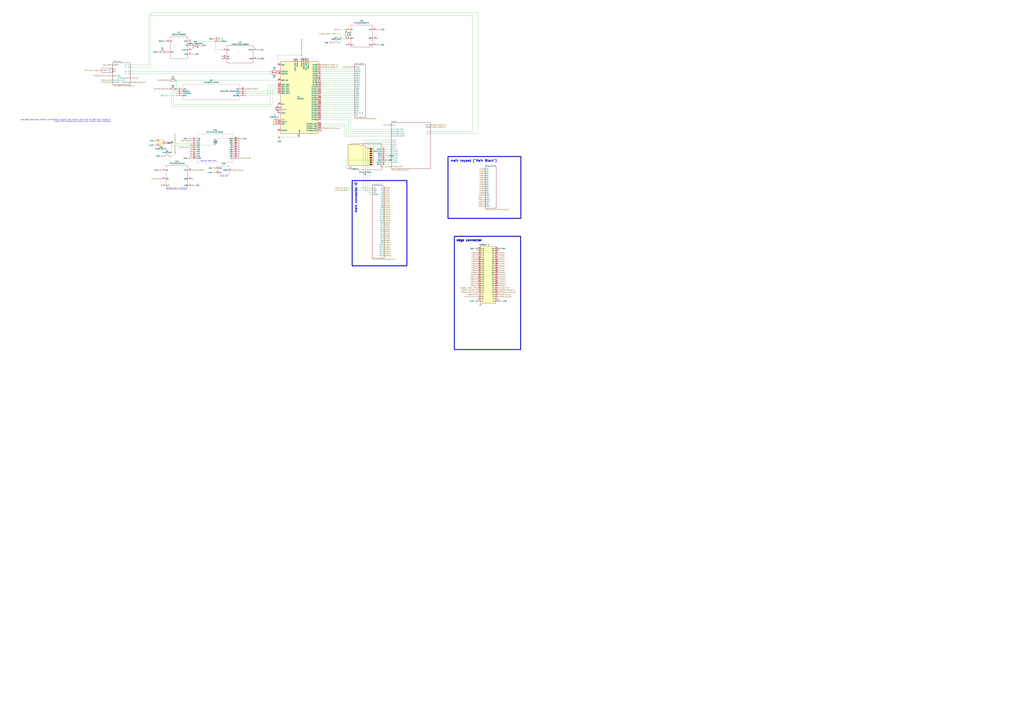
<source format=kicad_sch>
(kicad_sch (version 20230121) (generator eeschema)
  (paper "A0")
  (lib_symbols
    (symbol "2024-01-02_21-46-21:BQ21040DBVR" (pin_names (offset 0.254))
      (property "Reference" "U" (at 0 2.54 0))
      (property "Value" "BQ21040DBVR" (at 0 0 0))
      (symbol "BQ21040DBVR_0_1"
        (pin input line (at 15.24 2.54 180) (length 5.08) (name "TS") (number "1"))
        (pin power_in line (at 15.24 7.62 180) (length 5.08) (name "OUT") (number "2"))
        (pin open_collector line (at 15.24 -2.54 180) (length 5.08) (name "CHG_N") (number "3"))
        (pin input line (at -15.24 -5.08 0) (length 5.08) (name "ISET") (number "4"))
        (pin power_in line (at 15.24 -7.62 180) (length 5.08) (name "VSS") (number "5"))
        (pin power_in line (at -15.24 7.62 0) (length 5.08) (name "IN") (number "6"))
      )
    )
    (symbol "2024-01-02_21-46-27:TPS613221ADBVR" (pin_names (offset 0.254))
      (property "Reference" "U" (at 0 2.54 0))
      (property "Value" "TPS613221ADBVR" (at 0 0 0))
      (symbol "TPS613221ADBVR_0_1"
        (pin power_in line (at -20.32 5.08 0) (length 5.08) (name "SW") (number "1"))
        (pin power_in line (at 20.32 -5.08 180) (length 5.08) (name "GND") (number "2"))
        (pin unspecified line (at -20.32 -2.54 0) (length 5.08) (name "NC") (number "3"))
        (pin power_in line (at 20.32 5.08 180) (length 5.08) (name "VOUT") (number "4"))
        (pin unspecified line (at -20.32 -5.08 0) (length 5.08) (name "NC") (number "5"))
      )
    )
    (symbol "2024-01-09_16-08-29:W25Q32JVSSIQ" (pin_names (offset 0.254))
      (property "Reference" "U" (at 40.64 10.16 0))
      (property "Value" "W25Q32JVSSIQ" (at 40.64 7.62 0))
      (symbol "W25Q32JVSSIQ_0_1"
        (pin unspecified line (at 0 0 0) (length 7.62) (name "/CS") (number "1"))
        (pin unspecified line (at 0 -2.54 0) (length 7.62) (name "DO(IO1)") (number "2"))
        (pin unspecified line (at 0 -5.08 0) (length 7.62) (name "/WP(IO2)") (number "3"))
        (pin power_out line (at 0 -7.62 0) (length 7.62) (name "GND") (number "4"))
        (pin unspecified line (at 81.28 -7.62 180) (length 7.62) (name "DI(IO0)") (number "5"))
        (pin unspecified line (at 81.28 -5.08 180) (length 7.62) (name "CLK") (number "6"))
        (pin unspecified line (at 81.28 -2.54 180) (length 7.62) (name "/HOLD_OR_/RESET(IO3)") (number "7"))
        (pin power_in line (at 81.28 0 180) (length 7.62) (name "VCC") (number "8"))
      )
    )
    (symbol "2024-01-10_18-59-37:RESET_TIMER"
      (property "Reference" "U" (at 0 6.35 0))
      (symbol "RESET_TIMER_1_1"
        (pin passive line (at -8.89 2.54 0) (length 2.54) (name "GND") (number "1"))
        (pin output line (at 8.89 0 180) (length 2.54) (name "RESET") (number "2"))
        (pin passive line (at -8.89 -2.54 0) (length 2.54) (name "V_{CC}") (number "3"))
      )
    )
    (symbol "2024-01-10_19-26-16:TPS22919DCKR" (pin_names (offset 0.254))
      (property "Reference" "U" (at 0 2.54 0))
      (property "Value" "TPS22919DCKR" (at 0 0 0))
      (symbol "TPS22919DCKR_0_1"
        (pin power_in line (at -17.78 7.62 0) (length 5.08) (name "IN") (number "1"))
        (pin power_in line (at 17.78 -10.16 180) (length 5.08) (name "GND") (number "2"))
        (pin input line (at -17.78 -2.54 0) (length 5.08) (name "ON") (number "3"))
        (pin unspecified line (at -17.78 -10.16 0) (length 5.08) (name "N_C") (number "4"))
        (pin power_in line (at 17.78 -2.54 180) (length 5.08) (name "QOD") (number "5"))
        (pin power_in line (at 17.78 7.62 180) (length 5.08) (name "OUT") (number "6"))
      )
    )
    (symbol "2024-01-19_20-37-39:SN74HCT373PWR" (pin_names (offset 0.254))
      (property "Reference" "U" (at 27.94 10.16 0))
      (property "Value" "SN74HCT373PWR" (at 27.94 7.62 0))
      (symbol "SN74HCT373PWR_0_1"
        (pin input line (at 0 0 0) (length 7.62) (name "*OE") (number "1"))
        (pin power_in line (at 0 -22.86 0) (length 7.62) (name "GND") (number "10"))
        (pin input line (at 55.88 -22.86 180) (length 7.62) (name "LE") (number "11"))
        (pin output line (at 55.88 -20.32 180) (length 7.62) (name "5Q") (number "12"))
        (pin input line (at 55.88 -17.78 180) (length 7.62) (name "5D") (number "13"))
        (pin input line (at 55.88 -15.24 180) (length 7.62) (name "6D") (number "14"))
        (pin output line (at 55.88 -12.7 180) (length 7.62) (name "6Q") (number "15"))
        (pin output line (at 55.88 -10.16 180) (length 7.62) (name "7Q") (number "16"))
        (pin input line (at 55.88 -7.62 180) (length 7.62) (name "7D") (number "17"))
        (pin input line (at 55.88 -5.08 180) (length 7.62) (name "8D") (number "18"))
        (pin output line (at 55.88 -2.54 180) (length 7.62) (name "8Q") (number "19"))
        (pin output line (at 0 -2.54 0) (length 7.62) (name "1Q") (number "2"))
        (pin power_in line (at 55.88 0 180) (length 7.62) (name "VCC") (number "20"))
        (pin input line (at 0 -5.08 0) (length 7.62) (name "1D") (number "3"))
        (pin input line (at 0 -7.62 0) (length 7.62) (name "2D") (number "4"))
        (pin output line (at 0 -10.16 0) (length 7.62) (name "2Q") (number "5"))
        (pin output line (at 0 -12.7 0) (length 7.62) (name "3Q") (number "6"))
        (pin input line (at 0 -15.24 0) (length 7.62) (name "3D") (number "7"))
        (pin input line (at 0 -17.78 0) (length 7.62) (name "4D") (number "8"))
        (pin output line (at 0 -20.32 0) (length 7.62) (name "4Q") (number "9"))
      )
    )
    (symbol "5530843-5:5530843-5" (pin_names (offset 1.016))
      (property "Reference" "J" (at -10.16 34.29 0))
      (property "Value" "5530843-5" (at -10.16 -35.56 0))
      (symbol "5530843-5_0_0"
        (pin passive line (at -12.7 30.48 0) (length 5.08) (name "1") (number "1"))
        (pin passive line (at 12.7 20.32 180) (length 5.08) (name "10") (number "10"))
        (pin passive line (at -12.7 17.78 0) (length 5.08) (name "11") (number "11"))
        (pin passive line (at 12.7 17.78 180) (length 5.08) (name "12") (number "12"))
        (pin passive line (at -12.7 15.24 0) (length 5.08) (name "13") (number "13"))
        (pin passive line (at 12.7 15.24 180) (length 5.08) (name "14") (number "14"))
        (pin passive line (at -12.7 12.7 0) (length 5.08) (name "15") (number "15"))
        (pin passive line (at 12.7 12.7 180) (length 5.08) (name "16") (number "16"))
        (pin passive line (at -12.7 10.16 0) (length 5.08) (name "17") (number "17"))
        (pin passive line (at 12.7 10.16 180) (length 5.08) (name "18") (number "18"))
        (pin passive line (at -12.7 7.62 0) (length 5.08) (name "19") (number "19"))
        (pin passive line (at 12.7 30.48 180) (length 5.08) (name "2") (number "2"))
        (pin passive line (at 12.7 7.62 180) (length 5.08) (name "20") (number "20"))
        (pin passive line (at -12.7 5.08 0) (length 5.08) (name "21") (number "21"))
        (pin passive line (at 12.7 5.08 180) (length 5.08) (name "22") (number "22"))
        (pin passive line (at -12.7 2.54 0) (length 5.08) (name "23") (number "23"))
        (pin passive line (at 12.7 2.54 180) (length 5.08) (name "24") (number "24"))
        (pin passive line (at -12.7 0 0) (length 5.08) (name "25") (number "25"))
        (pin passive line (at 12.7 0 180) (length 5.08) (name "26") (number "26"))
        (pin passive line (at -12.7 -2.54 0) (length 5.08) (name "27") (number "27"))
        (pin passive line (at 12.7 -2.54 180) (length 5.08) (name "28") (number "28"))
        (pin passive line (at -12.7 -5.08 0) (length 5.08) (name "29") (number "29"))
        (pin passive line (at -12.7 27.94 0) (length 5.08) (name "3") (number "3"))
        (pin passive line (at 12.7 -5.08 180) (length 5.08) (name "30") (number "30"))
        (pin passive line (at -12.7 -7.62 0) (length 5.08) (name "31") (number "31"))
        (pin passive line (at 12.7 -7.62 180) (length 5.08) (name "32") (number "32"))
        (pin passive line (at -12.7 -10.16 0) (length 5.08) (name "33") (number "33"))
        (pin passive line (at 12.7 -10.16 180) (length 5.08) (name "34") (number "34"))
        (pin passive line (at -12.7 -12.7 0) (length 5.08) (name "35") (number "35"))
        (pin passive line (at 12.7 -12.7 180) (length 5.08) (name "36") (number "36"))
        (pin passive line (at -12.7 -15.24 0) (length 5.08) (name "37") (number "37"))
        (pin passive line (at 12.7 -15.24 180) (length 5.08) (name "38") (number "38"))
        (pin passive line (at -12.7 -17.78 0) (length 5.08) (name "39") (number "39"))
        (pin passive line (at 12.7 27.94 180) (length 5.08) (name "4") (number "4"))
        (pin passive line (at 12.7 -17.78 180) (length 5.08) (name "40") (number "40"))
        (pin passive line (at -12.7 -20.32 0) (length 5.08) (name "41") (number "41"))
        (pin passive line (at 12.7 -20.32 180) (length 5.08) (name "42") (number "42"))
        (pin passive line (at -12.7 -22.86 0) (length 5.08) (name "43") (number "43"))
        (pin passive line (at 12.7 -22.86 180) (length 5.08) (name "44") (number "44"))
        (pin passive line (at -12.7 -25.4 0) (length 5.08) (name "45") (number "45"))
        (pin passive line (at 12.7 -25.4 180) (length 5.08) (name "46") (number "46"))
        (pin passive line (at -12.7 -27.94 0) (length 5.08) (name "47") (number "47"))
        (pin passive line (at 12.7 -27.94 180) (length 5.08) (name "48") (number "48"))
        (pin passive line (at -12.7 -30.48 0) (length 5.08) (name "49") (number "49"))
        (pin passive line (at -12.7 25.4 0) (length 5.08) (name "5") (number "5"))
        (pin passive line (at 12.7 -30.48 180) (length 5.08) (name "50") (number "50"))
        (pin passive line (at 12.7 25.4 180) (length 5.08) (name "6") (number "6"))
        (pin passive line (at -12.7 22.86 0) (length 5.08) (name "7") (number "7"))
        (pin passive line (at 12.7 22.86 180) (length 5.08) (name "8") (number "8"))
        (pin passive line (at -12.7 20.32 0) (length 5.08) (name "9") (number "9"))
      )
    )
    (symbol "Connector:Micro_SD_Card" (pin_names (offset 1.016))
      (property "Reference" "J" (at -16.51 15.24 0))
      (property "Value" "Micro_SD_Card" (at 16.51 15.24 0))
      (symbol "Micro_SD_Card_1_1"
        (pin bidirectional line (at -22.86 7.62 0) (length 3.81) (name "DAT2") (number "1"))
        (pin bidirectional line (at -22.86 5.08 0) (length 3.81) (name "DAT3/CD") (number "2"))
        (pin input line (at -22.86 2.54 0) (length 3.81) (name "CMD") (number "3"))
        (pin power_in line (at -22.86 0 0) (length 3.81) (name "VDD") (number "4"))
        (pin input line (at -22.86 -2.54 0) (length 3.81) (name "CLK") (number "5"))
        (pin power_in line (at -22.86 -5.08 0) (length 3.81) (name "VSS") (number "6"))
        (pin bidirectional line (at -22.86 -7.62 0) (length 3.81) (name "DAT0") (number "7"))
        (pin bidirectional line (at -22.86 -10.16 0) (length 3.81) (name "DAT1") (number "8"))
        (pin passive line (at 20.32 -15.24 180) (length 3.81) (name "SHIELD") (number "9"))
      )
    )
    (symbol "Device:Crystal" (pin_numbers hide) (pin_names (offset 1.016) hide)
      (property "Reference" "Y" (at 0 3.81 0))
      (property "Value" "Crystal" (at 0 -3.81 0))
      (symbol "Crystal_1_1"
        (pin passive line (at -3.81 0 0) (length 1.27) (name "1") (number "1"))
        (pin passive line (at 3.81 0 180) (length 1.27) (name "2") (number "2"))
      )
    )
    (symbol "Device:R" (pin_numbers hide) (pin_names (offset 0))
      (property "Reference" "R" (at 2.032 0 90))
      (property "Value" "R" (at 0 0 90))
      (symbol "R_1_1"
        (pin passive line (at 0 3.81 270) (length 1.27) (name "~") (number "1"))
        (pin passive line (at 0 -3.81 90) (length 1.27) (name "~") (number "2"))
      )
    )
    (symbol "Device:Thermistor_NTC" (pin_numbers hide) (pin_names (offset 0))
      (property "Reference" "TH" (at -4.445 0 90))
      (property "Value" "Thermistor_NTC" (at 3.175 0 90))
      (symbol "Thermistor_NTC_1_1"
        (pin passive line (at 0 3.81 270) (length 1.27) (name "~") (number "1"))
        (pin passive line (at 0 -3.81 90) (length 1.27) (name "~") (number "2"))
      )
    )
    (symbol "MCU_RaspberryPi:RP2040"
      (property "Reference" "U" (at 17.78 45.72 0))
      (property "Value" "RP2040" (at 17.78 43.18 0))
      (symbol "RP2040_1_1"
        (pin power_in line (at 2.54 45.72 270) (length 3.81) (name "IOVDD") (number "1"))
        (pin passive line (at 2.54 45.72 270) (length 3.81) hide (name "IOVDD") (number "10"))
        (pin bidirectional line (at 25.4 17.78 180) (length 3.81) (name "GPIO8") (number "11"))
        (pin bidirectional line (at 25.4 15.24 180) (length 3.81) (name "GPIO9") (number "12"))
        (pin bidirectional line (at 25.4 12.7 180) (length 3.81) (name "GPIO10") (number "13"))
        (pin bidirectional line (at 25.4 10.16 180) (length 3.81) (name "GPIO11") (number "14"))
        (pin bidirectional line (at 25.4 7.62 180) (length 3.81) (name "GPIO12") (number "15"))
        (pin bidirectional line (at 25.4 5.08 180) (length 3.81) (name "GPIO13") (number "16"))
        (pin bidirectional line (at 25.4 2.54 180) (length 3.81) (name "GPIO14") (number "17"))
        (pin bidirectional line (at 25.4 0 180) (length 3.81) (name "GPIO15") (number "18"))
        (pin input line (at -25.4 -38.1 0) (length 3.81) (name "TESTEN") (number "19"))
        (pin bidirectional line (at 25.4 38.1 180) (length 3.81) (name "GPIO0") (number "2"))
        (pin input line (at -25.4 -7.62 0) (length 3.81) (name "XIN") (number "20"))
        (pin passive line (at -25.4 -17.78 0) (length 3.81) (name "XOUT") (number "21"))
        (pin passive line (at 2.54 45.72 270) (length 3.81) hide (name "IOVDD") (number "22"))
        (pin power_in line (at -2.54 45.72 270) (length 3.81) (name "DVDD") (number "23"))
        (pin input line (at -25.4 -27.94 0) (length 3.81) (name "SWCLK") (number "24"))
        (pin bidirectional line (at -25.4 -30.48 0) (length 3.81) (name "SWD") (number "25"))
        (pin input line (at -25.4 38.1 0) (length 3.81) (name "RUN") (number "26"))
        (pin bidirectional line (at 25.4 -2.54 180) (length 3.81) (name "GPIO16") (number "27"))
        (pin bidirectional line (at 25.4 -5.08 180) (length 3.81) (name "GPIO17") (number "28"))
        (pin bidirectional line (at 25.4 -7.62 180) (length 3.81) (name "GPIO18") (number "29"))
        (pin bidirectional line (at 25.4 35.56 180) (length 3.81) (name "GPIO1") (number "3"))
        (pin bidirectional line (at 25.4 -10.16 180) (length 3.81) (name "GPIO19") (number "30"))
        (pin bidirectional line (at 25.4 -12.7 180) (length 3.81) (name "GPIO20") (number "31"))
        (pin bidirectional line (at 25.4 -15.24 180) (length 3.81) (name "GPIO21") (number "32"))
        (pin passive line (at 2.54 45.72 270) (length 3.81) hide (name "IOVDD") (number "33"))
        (pin bidirectional line (at 25.4 -17.78 180) (length 3.81) (name "GPIO22") (number "34"))
        (pin bidirectional line (at 25.4 -20.32 180) (length 3.81) (name "GPIO23") (number "35"))
        (pin bidirectional line (at 25.4 -22.86 180) (length 3.81) (name "GPIO24") (number "36"))
        (pin bidirectional line (at 25.4 -25.4 180) (length 3.81) (name "GPIO25") (number "37"))
        (pin bidirectional line (at 25.4 -30.48 180) (length 3.81) (name "GPIO26_ADC0") (number "38"))
        (pin bidirectional line (at 25.4 -33.02 180) (length 3.81) (name "GPIO27_ADC1") (number "39"))
        (pin bidirectional line (at 25.4 33.02 180) (length 3.81) (name "GPIO2") (number "4"))
        (pin bidirectional line (at 25.4 -35.56 180) (length 3.81) (name "GPIO28_ADC2") (number "40"))
        (pin bidirectional line (at 25.4 -38.1 180) (length 3.81) (name "GPIO29_ADC3") (number "41"))
        (pin passive line (at 2.54 45.72 270) (length 3.81) hide (name "IOVDD") (number "42"))
        (pin power_in line (at 7.62 45.72 270) (length 3.81) (name "ADC_AVDD") (number "43"))
        (pin power_in line (at 10.16 45.72 270) (length 3.81) (name "VREG_IN") (number "44"))
        (pin power_out line (at -5.08 45.72 270) (length 3.81) (name "VREG_VOUT") (number "45"))
        (pin bidirectional line (at -25.4 27.94 0) (length 3.81) (name "USB_DM") (number "46"))
        (pin bidirectional line (at -25.4 30.48 0) (length 3.81) (name "USB_DP") (number "47"))
        (pin power_in line (at 5.08 45.72 270) (length 3.81) (name "USB_VDD") (number "48"))
        (pin passive line (at 2.54 45.72 270) (length 3.81) hide (name "IOVDD") (number "49"))
        (pin bidirectional line (at 25.4 30.48 180) (length 3.81) (name "GPIO3") (number "5"))
        (pin passive line (at -2.54 45.72 270) (length 3.81) hide (name "DVDD") (number "50"))
        (pin bidirectional line (at -25.4 7.62 0) (length 3.81) (name "QSPI_SD3") (number "51"))
        (pin output line (at -25.4 5.08 0) (length 3.81) (name "QSPI_SCLK") (number "52"))
        (pin bidirectional line (at -25.4 15.24 0) (length 3.81) (name "QSPI_SD0") (number "53"))
        (pin bidirectional line (at -25.4 10.16 0) (length 3.81) (name "QSPI_SD2") (number "54"))
        (pin bidirectional line (at -25.4 12.7 0) (length 3.81) (name "QSPI_SD1") (number "55"))
        (pin bidirectional line (at -25.4 20.32 0) (length 3.81) (name "QSPI_SS") (number "56"))
        (pin power_in line (at 0 -45.72 90) (length 3.81) (name "GND") (number "57"))
        (pin bidirectional line (at 25.4 27.94 180) (length 3.81) (name "GPIO4") (number "6"))
        (pin bidirectional line (at 25.4 25.4 180) (length 3.81) (name "GPIO5") (number "7"))
        (pin bidirectional line (at 25.4 22.86 180) (length 3.81) (name "GPIO6") (number "8"))
        (pin bidirectional line (at 25.4 20.32 180) (length 3.81) (name "GPIO7") (number "9"))
      )
    )
    (symbol "Switch:SW_SPDT" (pin_names (offset 0) hide)
      (property "Reference" "SW" (at 0 5.08 0))
      (property "Value" "SW_SPDT" (at 0 -5.08 0))
      (symbol "SW_SPDT_1_1"
        (pin passive line (at 5.08 2.54 180) (length 2.54) (name "A") (number "1"))
        (pin passive line (at -5.08 0 0) (length 2.54) (name "B") (number "2"))
        (pin passive line (at 5.08 -2.54 180) (length 2.54) (name "C") (number "3"))
      )
    )
    (symbol "custom:button" (pin_numbers hide) (pin_names hide)
      (property "Reference" "U" (at 0 5.08 0))
      (symbol "button_1_1"
        (pin passive line (at -5.08 0 0) (length 2.54) (name "1") (number "1"))
        (pin passive line (at 5.08 0 180) (length 2.54) (name "2") (number "2"))
      )
    )
    (symbol "dk_Rectangular-Connectors-Headers-Male-Pins:640456-3" (pin_names (offset 1.016))
      (property "Reference" "J" (at -2.54 1.27 0))
      (property "Value" "640456-3" (at 2.54 -3.81 0))
      (symbol "640456-3_1_1"
        (pin passive line (at 0 2.54 270) (length 2.54) (name "~") (number "1"))
        (pin passive line (at 2.54 2.54 270) (length 2.54) (name "~") (number "2"))
        (pin passive line (at 5.08 2.54 270) (length 2.54) (name "~") (number "3"))
      )
    )
    (symbol "dk_Rectangular-Connectors-Headers-Male-Pins:S2B-PH-K-S_LF__SN_" (pin_names (offset 1.016))
      (property "Reference" "J" (at -2.54 -1.27 0))
      (property "Value" "S2B-PH-K-S_LF__SN_" (at 1.27 -3.81 0))
      (symbol "S2B-PH-K-S_LF__SN__1_1"
        (pin passive line (at 0 2.54 270) (length 2.54) (name "~") (number "1"))
        (pin passive line (at 2.54 2.54 270) (length 2.54) (name "~") (number "2"))
      )
    )
    (symbol "power:+3.3V" (power) (pin_names (offset 0))
      (property "Value" "+3.3V" (at 0 3.556 0))
      (symbol "+3.3V_1_1"
        (pin power_in line (at 0 0 90) (length 0) hide (name "+3.3V") (number "1"))
      )
    )
    (symbol "power:GND" (power) (pin_names (offset 0))
      (property "Value" "GND" (at 0 -3.81 0))
      (symbol "GND_1_1"
        (pin power_in line (at 0 0 270) (length 0) hide (name "GND") (number "1"))
      )
    )
    (symbol "power:VBUS" (power) (pin_names (offset 0))
      (property "Value" "VBUS" (at 0 3.81 0))
      (symbol "VBUS_1_1"
        (pin power_in line (at 0 0 90) (length 0) hide (name "VBUS") (number "1"))
      )
    )
    (symbol "power:VCC" (power) (pin_names (offset 0))
      (property "Value" "VCC" (at 0 3.81 0))
      (symbol "VCC_1_1"
        (pin power_in line (at 0 0 90) (length 0) hide (name "VCC") (number "1"))
      )
    )
  )
  (junction (at 395.224 44.45))
  (junction (at 250.19 47.752))
  (junction (at 421.894 218.44))
  (junction (at 447.294 185.928))
  (junction (at 579.374 288.798))
  (junction (at 402.082 44.45))
  (junction (at 221.488 168.656))
  (junction (at 424.434 220.98))
  (junction (at 553.974 349.758))
  (junction (at 277.368 161.036))
  (junction (at 579.374 349.758))
  (junction (at 352.806 67.818))
  (junction (at 324.358 159.258))
  (junction (at 350.266 67.818))
  (junction (at 204.47 93.218))
  (junction (at 553.974 288.798))
  (junction (at 204.47 103.378))
  (junction (at 350.266 64.008))
  (junction (at 402.082 34.29))
  (junction (at 355.346 67.818))
  (no_connect (at 258.318 68.072))
  (no_connect (at 258.318 65.532))
  (no_connect (at 221.488 178.816))
  (no_connect (at 277.368 176.276))
  (no_connect (at 277.368 166.116))
  (no_connect (at 277.368 163.576))
  (no_connect (at 402.082 52.07))
  (no_connect (at 277.368 181.356))
  (no_connect (at 277.368 168.656))
  (no_connect (at 373.126 151.638))
  (no_connect (at 277.368 178.816))
  (no_connect (at 221.488 181.356))
  (no_connect (at 223.266 207.772))
  (no_connect (at 437.642 44.45))
  (no_connect (at 277.368 171.196))
  (no_connect (at 221.488 173.736))
  (no_connect (at 277.368 173.736))
  (no_connect (at 187.706 215.392))
  (no_connect (at 221.488 176.276))
  (wire (pts (xy 451.739 191.008) (xy 451.739 185.928)))
  (wire (pts (xy 172.974 18.034) (xy 549.148 18.034)))
  (wire (pts (xy 432.054 226.06) (xy 429.514 226.06)))
  (wire (pts (xy 322.326 130.048) (xy 322.326 131.318)))
  (wire (pts (xy 151.384 75.438) (xy 172.974 75.438)))
  (wire (pts (xy 322.326 64.008) (xy 350.266 64.008)))
  (wire (pts (xy 403.86 220.98) (xy 424.434 220.98)))
  (wire (pts (xy 402.082 146.558) (xy 402.082 155.448)))
  (wire (pts (xy 373.126 108.458) (xy 411.734 108.458)))
  (wire (pts (xy 373.126 88.138) (xy 411.734 88.138)))
  (wire (pts (xy 174.752 77.978) (xy 174.752 14.986)))
  (wire (pts (xy 199.39 105.918) (xy 199.39 123.952)))
  (wire (pts (xy 285.75 108.458) (xy 322.326 108.458)))
  (wire (pts (xy 311.15 110.998) (xy 311.15 98.298)))
  (wire (pts (xy 250.19 47.752) (xy 250.19 57.912)))
  (wire (pts (xy 201.93 121.412) (xy 316.23 121.412)))
  (wire (pts (xy 322.326 159.258) (xy 324.358 159.258)))
  (wire (pts (xy 221.488 168.656) (xy 249.428 168.656)))
  (wire (pts (xy 399.542 157.988) (xy 399.542 144.018)))
  (wire (pts (xy 373.126 85.598) (xy 411.734 85.598)))
  (wire (pts (xy 553.974 347.218) (xy 553.974 349.758)))
  (wire (pts (xy 402.082 185.928) (xy 447.294 185.928)))
  (wire (pts (xy 342.646 67.818) (xy 345.186 67.818)))
  (wire (pts (xy 454.406 152.908) (xy 404.622 152.908)))
  (wire (pts (xy 421.894 163.068) (xy 454.406 163.068)))
  (wire (pts (xy 553.974 288.798) (xy 553.974 291.338)))
  (wire (pts (xy 402.082 34.29) (xy 402.082 35.56)))
  (wire (pts (xy 322.326 151.638) (xy 322.326 159.258)))
  (wire (pts (xy 194.31 110.998) (xy 204.47 110.998)))
  (wire (pts (xy 373.126 131.318) (xy 411.734 131.318)))
  (wire (pts (xy 499.872 155.448) (xy 555.244 155.448)))
  (wire (pts (xy 352.806 67.818) (xy 355.346 67.818)))
  (wire (pts (xy 285.75 105.918) (xy 322.326 105.918)))
  (wire (pts (xy 313.69 100.838) (xy 322.326 100.838)))
  (wire (pts (xy 395.224 44.45) (xy 395.224 49.53)))
  (wire (pts (xy 373.126 95.758) (xy 411.734 95.758)))
  (wire (pts (xy 350.266 59.182) (xy 350.266 64.008)))
  (wire (pts (xy 151.384 77.978) (xy 174.752 77.978)))
  (wire (pts (xy 424.434 165.608) (xy 454.406 165.608)))
  (wire (pts (xy 549.148 18.034) (xy 549.148 152.908)))
  (wire (pts (xy 402.082 196.088) (xy 402.082 185.928)))
  (wire (pts (xy 426.974 223.52) (xy 432.054 223.52)))
  (wire (pts (xy 373.126 80.518) (xy 411.734 80.518)))
  (wire (pts (xy 373.126 100.838) (xy 411.734 100.838)))
  (wire (pts (xy 373.126 116.078) (xy 411.734 116.078)))
  (wire (pts (xy 249.428 161.036) (xy 277.368 161.036)))
  (wire (pts (xy 373.126 93.218) (xy 411.734 93.218)))
  (wire (pts (xy 404.622 152.908) (xy 404.622 138.938)))
  (wire (pts (xy 172.974 75.438) (xy 172.974 18.034)))
  (wire (pts (xy 373.126 128.778) (xy 411.734 128.778)))
  (wire (pts (xy 555.244 14.986) (xy 555.244 155.448)))
  (wire (pts (xy 404.622 138.938) (xy 373.126 138.938)))
  (wire (pts (xy 399.542 144.018) (xy 373.126 144.018)))
  (wire (pts (xy 285.75 110.998) (xy 311.15 110.998)))
  (wire (pts (xy 447.294 183.388) (xy 450.342 183.388)))
  (wire (pts (xy 373.126 123.698) (xy 411.734 123.698)))
  (wire (pts (xy 421.894 163.068) (xy 421.894 218.44)))
  (wire (pts (xy 373.126 118.618) (xy 411.734 118.618)))
  (wire (pts (xy 579.374 347.218) (xy 579.374 349.758)))
  (wire (pts (xy 451.104 183.388) (xy 451.104 188.468)))
  (wire (pts (xy 447.294 175.768) (xy 454.406 175.768)))
  (wire (pts (xy 447.294 191.008) (xy 451.739 191.008)))
  (wire (pts (xy 373.126 121.158) (xy 411.734 121.158)))
  (wire (pts (xy 394.97 34.29) (xy 402.082 34.29)))
  (wire (pts (xy 450.342 180.848) (xy 454.406 180.848)))
  (wire (pts (xy 407.416 150.368) (xy 454.406 150.368)))
  (wire (pts (xy 373.126 90.678) (xy 411.734 90.678)))
  (wire (pts (xy 402.082 155.448) (xy 454.406 155.448)))
  (wire (pts (xy 373.126 103.378) (xy 411.734 103.378)))
  (wire (pts (xy 454.406 183.388) (xy 451.104 183.388)))
  (wire (pts (xy 451.739 185.928) (xy 454.406 185.928)))
  (wire (pts (xy 322.326 64.008) (xy 322.326 75.438)))
  (wire (pts (xy 373.126 105.918) (xy 411.734 105.918)))
  (wire (pts (xy 350.266 64.008) (xy 350.266 67.818)))
  (wire (pts (xy 350.266 67.818) (xy 352.806 67.818)))
  (wire (pts (xy 174.752 14.986) (xy 555.244 14.986)))
  (wire (pts (xy 404.114 196.088) (xy 402.082 196.088)))
  (wire (pts (xy 316.23 121.412) (xy 316.23 103.378)))
  (wire (pts (xy 447.294 188.468) (xy 451.104 188.468)))
  (wire (pts (xy 403.86 218.44) (xy 421.894 218.44)))
  (wire (pts (xy 199.39 123.952) (xy 313.69 123.952)))
  (wire (pts (xy 579.374 288.798) (xy 579.374 291.338)))
  (wire (pts (xy 429.514 170.688) (xy 454.406 170.688)))
  (wire (pts (xy 373.126 146.558) (xy 402.082 146.558)))
  (wire (pts (xy 426.974 168.148) (xy 426.974 223.52)))
  (wire (pts (xy 395.224 44.45) (xy 402.082 44.45)))
  (wire (pts (xy 355.346 67.818) (xy 357.886 67.818)))
  (wire (pts (xy 373.126 110.998) (xy 411.734 110.998)))
  (wire (pts (xy 322.326 121.158) (xy 322.326 122.428)))
  (wire (pts (xy 407.416 136.398) (xy 407.416 150.368)))
  (wire (pts (xy 390.144 39.37) (xy 395.224 39.37)))
  (wire (pts (xy 204.47 105.918) (xy 199.39 105.918)))
  (wire (pts (xy 395.224 39.37) (xy 395.224 44.45)))
  (wire (pts (xy 151.384 83.058) (xy 314.706 83.058)))
  (wire (pts (xy 204.47 93.218) (xy 204.47 103.378)))
  (wire (pts (xy 373.126 136.398) (xy 407.416 136.398)))
  (wire (pts (xy 426.974 168.148) (xy 454.406 168.148)))
  (wire (pts (xy 373.126 126.238) (xy 411.734 126.238)))
  (wire (pts (xy 429.514 226.06) (xy 429.514 170.688)))
  (wire (pts (xy 450.342 183.388) (xy 450.342 180.848)))
  (wire (pts (xy 201.93 108.458) (xy 201.93 121.412)))
  (wire (pts (xy 447.294 173.228) (xy 454.406 173.228)))
  (wire (pts (xy 311.15 98.298) (xy 322.326 98.298)))
  (wire (pts (xy 424.434 220.98) (xy 424.434 165.608)))
  (wire (pts (xy 250.19 57.912) (xy 258.318 57.912)))
  (wire (pts (xy 199.136 168.656) (xy 199.136 181.356)))
  (wire (pts (xy 199.136 168.656) (xy 221.488 168.656)))
  (wire (pts (xy 447.294 178.308) (xy 454.406 178.308)))
  (wire (pts (xy 373.126 83.058) (xy 411.734 83.058)))
  (wire (pts (xy 151.384 85.598) (xy 314.706 85.598)))
  (wire (pts (xy 313.69 123.952) (xy 313.69 100.838)))
  (wire (pts (xy 402.082 44.45) (xy 402.082 43.18)))
  (wire (pts (xy 454.406 157.988) (xy 399.542 157.988)))
  (wire (pts (xy 204.47 93.218) (xy 322.326 93.218)))
  (wire (pts (xy 324.358 159.258) (xy 347.726 159.258)))
  (wire (pts (xy 373.126 113.538) (xy 411.734 113.538)))
  (wire (pts (xy 316.23 103.378) (xy 322.326 103.378)))
  (wire (pts (xy 432.054 220.98) (xy 424.434 220.98)))
  (wire (pts (xy 421.894 218.44) (xy 432.054 218.44)))
  (wire (pts (xy 373.126 98.298) (xy 411.734 98.298)))
  (wire (pts (xy 223.012 47.752) (xy 250.19 47.752)))
  (wire (pts (xy 499.872 152.908) (xy 549.148 152.908)))
  (wire (pts (xy 373.126 133.858) (xy 411.734 133.858)))
  (wire (pts (xy 204.47 108.458) (xy 201.93 108.458)))
  (wire (pts (xy 199.644 166.116) (xy 221.488 166.116)))
  (rectangle (start 408.94 209.804) (end 472.44 308.864) (stroke (width 1)))
  (rectangle (start 527.558 274.574) (end 604.52 406.146) (stroke (width 1)))
  (rectangle (start 520.192 181.864) (end 604.774 253.746) (stroke (width 1)))
  (text "pulse gen" (at 255.524 205.232 0) (effects (font (size 1.27 1.27)) (justify left bottom)))
  (text "RUN_MODE determines whether the RP2040 is powered, and controls which chip the USB port is routed to\nFLASH_LATCH enables boot mode on the currently active processor" (at 128.397 141.986 0) (effects (font (size 1.27 1.27)) (justify right bottom)))
  (text "main keypad (\"Main Block\")" (at 522.986 188.214 0) (effects (font (size 2.5 2.5) (thickness 0.5) bold) (justify left bottom)))
  (text "startup mode latch" (at 232.918 187.706 0) (effects (font (size 1.27 1.27)) (justify left bottom)))
  (text "RP2040 power controller" (at 193.294 220.472 0) (effects (font (size 1.27 1.27)) (justify left bottom)))
  (text "edge connector" (at 529.844 280.67 0) (effects (font (size 2.5 2.5) (thickness 1) bold) (justify left bottom)))
  (text "main connector IO" (at 414.782 211.582 90) (effects (font (size 2.5 2.5) bold) (justify right bottom)))
  (hierarchical_label "KPA0" (shape input) (at 563.372 196.342 180))
  (hierarchical_label "KPB12" (shape input) (at 446.024 289.56 0))
  (hierarchical_label "CHIP_EN" (shape output) (at 151.384 90.678 0))
  (hierarchical_label "KPB8" (shape input) (at 446.024 279.4 0))
  (hierarchical_label "KPA11" (shape input) (at 579.374 321.818 0))
  (hierarchical_label "KPB1" (shape output) (at 553.974 296.418 180))
  (hierarchical_label "KPB6" (shape output) (at 563.372 216.662 180))
  (hierarchical_label "KPB9" (shape output) (at 563.372 224.282 180))
  (hierarchical_label "RP2040_UART0_RX" (shape input) (at 373.126 77.978 0))
  (hierarchical_label "PWR_RP2040" (shape output) (at 223.266 197.612 0))
  (hierarchical_label "KPB6" (shape output) (at 553.974 309.118 180))
  (hierarchical_label "LATCH_PULSE" (shape output) (at 268.478 197.866 0))
  (hierarchical_label "KPB7" (shape output) (at 563.372 219.202 180))
  (hierarchical_label "PWR_RP2040" (shape input) (at 411.734 77.978 180))
  (hierarchical_label "KPB15" (shape output) (at 553.974 331.978 180))
  (hierarchical_label "KPB2" (shape output) (at 563.372 206.502 180))
  (hierarchical_label "KPA8" (shape output) (at 446.024 238.76 0))
  (hierarchical_label "CHIP_EN" (shape input) (at 454.406 145.288 180))
  (hierarchical_label "FLASH_PIN" (shape output) (at 203.2 168.656 270))
  (hierarchical_label "KPA14" (shape input) (at 579.374 329.438 0))
  (hierarchical_label "FLASH_PIN" (shape output) (at 579.374 334.518 0))
  (hierarchical_label "RP2040_CHIP_EN_OUT" (shape input) (at 131.064 88.138 180))
  (hierarchical_label "FLASH_LATCH" (shape output) (at 221.488 171.196 180))
  (hierarchical_label "KPB10" (shape output) (at 563.372 226.822 180))
  (hierarchical_label "KPB11" (shape output) (at 553.974 321.818 180))
  (hierarchical_label "KPA15" (shape output) (at 446.024 256.54 0))
  (hierarchical_label "RP2040_UART0_RX" (shape output) (at 579.374 339.598 0))
  (hierarchical_label "ESP32_UART0_RX" (shape input) (at 499.872 145.288 0))
  (hierarchical_label "RP2040_BOOTPIN" (shape input) (at 196.85 103.378 180))
  (hierarchical_label "KPB3" (shape input) (at 446.024 266.7 0))
  (hierarchical_label "KPB8" (shape output) (at 563.372 221.742 180))
  (hierarchical_label "KPB7" (shape output) (at 553.974 311.658 180))
  (hierarchical_label "KPA3" (shape input) (at 579.374 301.498 0))
  (hierarchical_label "KPA5" (shape input) (at 579.374 306.578 0))
  (hierarchical_label "KPA1" (shape input) (at 563.372 198.882 180))
  (hierarchical_label "KPA2" (shape input) (at 579.374 298.958 0))
  (hierarchical_label "GPIO_I2C_INT" (shape bidirectional) (at 579.374 342.138 0))
  (hierarchical_label "KPB0" (shape output) (at 563.372 201.422 180))
  (hierarchical_label "KPA0" (shape output) (at 446.024 218.44 0))
  (hierarchical_label "KPB15" (shape input) (at 446.024 297.18 0))
  (hierarchical_label "KPA13" (shape input) (at 579.374 326.898 0))
  (hierarchical_label "RP2040_CHIP_EN_OUT" (shape input) (at 373.126 149.098 0))
  (hierarchical_label "KPB15" (shape output) (at 563.372 239.522 180))
  (hierarchical_label "GPIO_I2C_SDA" (shape bidirectional) (at 403.86 220.98 180))
  (hierarchical_label "KPB14" (shape output) (at 563.372 236.982 180))
  (hierarchical_label "KPA0" (shape input) (at 579.374 293.878 0))
  (hierarchical_label "KPB6" (shape input) (at 446.024 274.32 0))
  (hierarchical_label "KPB13" (shape output) (at 563.372 234.442 180))
  (hierarchical_label "ESP32_UART0_TX" (shape output) (at 499.872 147.828 0))
  (hierarchical_label "FLASH_LATCH" (shape input) (at 454.406 193.548 180))
  (hierarchical_label "RUN_MODE" (shape input) (at 131.064 75.438 180))
  (hierarchical_label "KPA13" (shape output) (at 446.024 251.46 0))
  (hierarchical_label "KPA9" (shape input) (at 579.374 316.738 0))
  (hierarchical_label "KPA14" (shape output) (at 446.024 254 0))
  (hierarchical_label "RUN_MODE" (shape input) (at 187.706 207.772 180))
  (hierarchical_label "KPA10" (shape input) (at 579.374 319.278 0))
  (hierarchical_label "KPA4" (shape input) (at 579.374 304.038 0))
  (hierarchical_label "KPA10" (shape output) (at 446.024 243.84 0))
  (hierarchical_label "GLOBAL_RESET_PIN" (shape output) (at 553.974 334.518 180))
  (hierarchical_label "KPB5" (shape output) (at 553.974 306.578 180))
  (hierarchical_label "GPIO_I2C_SCL" (shape bidirectional) (at 553.974 344.678 180))
  (hierarchical_label "KPB3" (shape output) (at 553.974 301.498 180))
  (hierarchical_label "KPB0" (shape output) (at 553.974 293.878 180))
  (hierarchical_label "PWR_RP2040" (shape output) (at 350.266 59.182 90))
  (hierarchical_label "KPB5" (shape input) (at 446.024 271.78 0))
  (hierarchical_label "KPA7" (shape input) (at 579.374 311.658 0))
  (hierarchical_label "KPA6" (shape input) (at 579.374 309.118 0))
  (hierarchical_label "KPB10" (shape input) (at 446.024 284.48 0))
  (hierarchical_label "ESP32_UART0_TX" (shape input) (at 579.374 337.058 0))
  (hierarchical_label "GPIO_I2C_SDA" (shape bidirectional) (at 579.374 344.678 0))
  (hierarchical_label "KPA7" (shape output) (at 446.024 236.22 0))
  (hierarchical_label "PWR_RP2040" (shape input) (at 196.85 93.218 180))
  (hierarchical_label "GLOBAL_RESET_PIN" (shape input) (at 390.144 39.37 180))
  (hierarchical_label "LATCH_PULSE" (shape input) (at 277.368 183.896 0))
  (hierarchical_label "KPA15" (shape input) (at 579.374 331.978 0))
  (hierarchical_label "KPB4" (shape output) (at 563.372 211.582 180))
  (hierarchical_label "KPB13" (shape input) (at 446.024 292.1 0))
  (hierarchical_label "KPA1" (shape input) (at 579.374 296.418 0))
  (hierarchical_label "KPB13" (shape output) (at 553.974 326.898 180))
  (hierarchical_label "KPB0" (shape input) (at 446.024 259.08 0))
  (hierarchical_label "KPB14" (shape output) (at 553.974 329.438 180))
  (hierarchical_label "KPB2" (shape output) (at 553.974 298.958 180))
  (hierarchical_label "KPA4" (shape output) (at 446.024 228.6 0))
  (hierarchical_label "KPB3" (shape output) (at 563.372 209.042 180))
  (hierarchical_label "FLASH_LATCH" (shape input) (at 131.064 93.218 180))
  (hierarchical_label "PWR_RP2040" (shape input) (at 285.75 103.378 0))
  (hierarchical_label "KPA11" (shape output) (at 446.024 246.38 0))
  (hierarchical_label "RP2040_UART0_TX" (shape output) (at 373.126 75.438 0))
  (hierarchical_label "KPB8" (shape output) (at 553.974 314.198 180))
  (hierarchical_label "KPB10" (shape output) (at 553.974 319.278 180))
  (hierarchical_label "KPB9" (shape input) (at 446.024 281.94 0))
  (hierarchical_label "ESP32_UART0_RX" (shape output) (at 553.974 337.058 180))
  (hierarchical_label "KPA9" (shape output) (at 446.024 241.3 0))
  (hierarchical_label "KPB12" (shape output) (at 553.974 324.358 180))
  (hierarchical_label "RUN_MODE" (shape output) (at 221.488 163.576 180))
  (hierarchical_label "KPB4" (shape output) (at 553.974 304.038 180))
  (hierarchical_label "KPB7" (shape input) (at 446.024 276.86 0))
  (hierarchical_label "KPA6" (shape output) (at 446.024 233.68 0))
  (hierarchical_label "KPB1" (shape input) (at 446.024 261.62 0))
  (hierarchical_label "KPA12" (shape input) (at 579.374 324.358 0))
  (hierarchical_label "KPA2" (shape output) (at 446.024 223.52 0))
  (hierarchical_label "KPB9" (shape output) (at 553.974 316.738 180))
  (hierarchical_label "KPB11" (shape output) (at 563.372 229.362 180))
  (hierarchical_label "KPB2" (shape input) (at 446.024 264.16 0))
  (hierarchical_label "KPA3" (shape output) (at 446.024 226.06 0))
  (hierarchical_label "GPIO_I2C_SCL" (shape bidirectional) (at 403.86 218.44 180))
  (hierarchical_label "KPB1" (shape output) (at 563.372 203.962 180))
  (hierarchical_label "KPA5" (shape output) (at 446.024 231.14 0))
  (hierarchical_label "KPA8" (shape input) (at 579.374 314.198 0))
  (hierarchical_label "KPA12" (shape output) (at 446.024 248.92 0))
  (hierarchical_label "RP2040_BOOTPIN" (shape output) (at 151.384 95.758 0))
  (hierarchical_label "KPA1" (shape output) (at 446.024 220.98 0))
  (hierarchical_label "KPB11" (shape input) (at 446.024 287.02 0))
  (hierarchical_label "KPB5" (shape output) (at 563.372 214.122 180))
  (hierarchical_label "KPB14" (shape input) (at 446.024 294.64 0))
  (hierarchical_label "RP2040_UART0_TX" (shape input) (at 553.974 339.598 180))
  (hierarchical_label "LATCH_PULSE" (shape input) (at 131.064 95.758 180))
  (hierarchical_label "MODE_PIN" (shape output) (at 553.974 342.138 180))
  (hierarchical_label "KPB4" (shape input) (at 446.024 269.24 0))
  (hierarchical_label "KPB12" (shape output) (at 563.372 231.902 180))
  (hierarchical_label "MODE_PIN" (shape output) (at 203.2 166.116 90))
  (symbol (lib_id "2024-01-09_16-08-29:W25Q32JVSSIQ") (at 204.47 103.378 0) (unit 1)
    (property "Reference" "U6" (at 245.11 93.218 0) (effects (font (size 1.524 1.524))))
    (property "Value" "W25Q32JVSSIQ" (at 245.11 95.758 0) (effects (font (size 1.524 1.524))))
    (property "Footprint" "footprints:SOIC-8_5P28X5P28_WIN" (effects hide))
    (property "Datasheet" "W25Q32JVSSIQ" (effects hide))
  )
  (symbol (lib_id "power:VCC") (at 298.958 57.912 270) (unit 1)
    (property "Reference" "#PWR027" (effects hide))
    (property "Value" "VCC" (at 302.26 57.912 90) (effects (justify left)))
  )
  (symbol (lib_id "5530843-5:5530843-5") (at 566.674 319.278 0) (mirror x) (unit 1)
    (property "Reference" "J3" (at 556.514 353.568 0) (effects (justify left bottom)))
    (property "Value" "5530843-5" (at 556.514 283.718 0) (effects (justify left bottom)))
    (property "Footprint" "5530843_5:edgeport" (effects hide))
    (property "PARTREV" "G1" (effects hide))
    (property "STANDARD" "Manufacturer Recommendations" (effects hide))
    (property "MAXIMUM_PACKAGE_HEIGHT" "15.5 mm" (effects hide))
    (property "MANUFACTURER" "TE Connectivity" (effects hide))
  )
  (symbol (lib_id "power:+3.3V") (at 250.698 200.406 90) (unit 1)
    (property "Reference" "#PWR031" (effects hide))
    (property "Value" "+3.3V" (at 246.38 200.406 90) (effects (justify left)))
  )
  (symbol (lib_id "power:GND") (at 385.064 49.53 270) (unit 1)
    (property "Reference" "#PWR08" (effects hide))
    (property "Value" "GND" (at 381 49.53 90) (effects (justify right)))
  )
  (symbol (lib_id "custom:button") (at 390.144 49.53 0) (unit 1)
    (property "Reference" "U17" (at 390.144 43.688 0))
    (property "Value" "RESET_BTN" (at 390.144 45.466 0))
    (property "Footprint" "Button_Switch_SMD:SW_Tactile_SPST_NO_Straight_CK_PTS636Sx25SMTRLFS" (effects hide))
  )
  (symbol (lib_id "Device:R") (at 402.082 39.37 0) (unit 1)
    (property "Reference" "R17" (at 403.86 38.1 0) (effects (justify left)))
    (property "Value" "10k" (at 403.86 40.64 0) (effects (justify left)))
    (property "Footprint" "Resistor_SMD:R_1206_3216Metric" (effects hide))
  )
  (symbol (lib_id "power:GND") (at 221.488 161.036 270) (unit 1)
    (property "Reference" "#PWR014" (effects hide))
    (property "Value" "GND" (at 217.17 161.036 90) (effects (justify right)))
  )
  (symbol (lib_id "power:+3.3V") (at 437.642 34.29 270) (unit 1)
    (property "Reference" "#PWR013" (effects hide))
    (property "Value" "+3.3V" (at 440.817 34.29 90) (effects (justify left)))
  )
  (symbol (lib_id "power:VCC") (at 394.97 34.29 90) (unit 1)
    (property "Reference" "#PWR03" (effects hide))
    (property "Value" "VCC" (at 391.668 34.29 90) (effects (justify left)))
  )
  (symbol (lib_id "MCU_RaspberryPi:RP2040") (at 347.726 113.538 0) (unit 1)
    (property "Reference" "U1" (at 345.186 112.268 0) (effects (justify left)))
    (property "Value" "RP2040" (at 345.186 114.808 0) (effects (justify left)))
    (property "Footprint" "Package_DFN_QFN:QFN-56-1EP_7x7mm_P0.4mm_EP3.2x3.2mm" (effects hide))
    (property "Datasheet" "https://datasheets.raspberrypi.com/rp2040/rp2040-datasheet.pdf" (effects hide))
  )
  (symbol (lib_id "power:GND") (at 322.326 138.938 90) (unit 1)
    (property "Reference" "#PWR050" (effects hide))
    (property "Value" "GND" (at 326.39 138.938 90) (effects (justify right)))
  )
  (symbol (lib_id "Device:R") (at 200.66 93.218 270) (unit 1)
    (property "Reference" "R7" (at 200.66 89.408 90))
    (property "Value" "10k" (at 200.66 91.313 90))
    (property "Footprint" "Resistor_SMD:R_1206_3216Metric" (effects hide))
  )
  (symbol (lib_id "2024-01-02_21-46-21:BQ21040DBVR") (at 207.772 55.372 0) (unit 1)
    (property "Reference" "U2" (at 207.772 37.592 0) (effects (font (size 1.524 1.524))))
    (property "Value" "BQ21040DBVR" (at 207.772 40.132 0) (effects (font (size 1.524 1.524))))
    (property "Footprint" "footprints:DBV0006A_N" (effects hide))
    (property "Datasheet" "BQ21040DBVR" (effects hide))
  )
  (symbol (lib_id "2024-01-02_21-46-27:TPS613221ADBVR") (at 278.638 62.992 0) (unit 1)
    (property "Reference" "U3" (at 278.638 49.022 0) (effects (font (size 1.524 1.524))))
    (property "Value" "TPS613221ADBVR" (at 278.638 51.562 0) (effects (font (size 1.524 1.524))))
    (property "Footprint" "footprints:DBV0005A_N" (effects hide))
    (property "Datasheet" "TPS613221ADBVR" (effects hide))
  )
  (symbol (lib_id "2024-01-10_18-59-37:RESET_TIMER") (at 259.588 197.866 0) (unit 1)
    (property "Reference" "U10" (at 259.588 190.246 0))
    (property "Value" "~" (at 259.588 197.866 0))
    (property "Footprint" "footprints:SOT-23_M3_MCH" (effects hide))
  )
  (symbol (lib_id "Device:Thermistor_NTC") (at 226.822 52.832 90) (unit 1)
    (property "Reference" "TH1" (at 226.822 48.387 90))
    (property "Value" "battery thermistor" (at 226.822 50.292 90))
    (property "Footprint" "Resistor_SMD:R_0201_0603Metric_Pad0.64x0.40mm_HandSolder" (effects hide))
  )
  (symbol (lib_id "power:+3.3V") (at 277.368 161.036 270) (unit 1)
    (property "Reference" "#PWR029" (effects hide))
    (property "Value" "+3.3V" (at 280.67 161.036 90) (effects (justify left)))
  )
  (symbol (lib_id "power:+3.3V") (at 579.374 349.758 270) (unit 1)
    (property "Reference" "#PWR040" (effects hide))
    (property "Value" "+3.3V" (at 582.93 349.758 90) (effects (justify left)))
  )
  (symbol (lib_id "power:+3.3V") (at 187.706 197.612 90) (unit 1)
    (property "Reference" "#PWR035" (effects hide))
    (property "Value" "+3.3V" (at 184.15 197.612 90) (effects (justify left)))
  )
  (symbol (lib_id "power:GND") (at 194.31 110.998 270) (unit 1)
    (property "Reference" "#PWR011" (effects hide))
    (property "Value" "GND" (at 190.5 110.998 90) (effects (justify right)))
  )
  (symbol (lib_id "power:GND") (at 324.358 159.258 0) (unit 1)
    (property "Reference" "#PWR04" (effects hide))
    (property "Value" "GND" (at 324.358 164.338 0))
  )
  (symbol (lib_id "power:GND") (at 298.958 68.072 90) (unit 1)
    (property "Reference" "#PWR05" (effects hide))
    (property "Value" "GND" (at 302.133 68.072 90) (effects (justify right)))
  )
  (symbol (lib_id "Device:R") (at 195.834 166.116 270) (unit 1)
    (property "Reference" "R6" (at 199.898 165.1 90))
    (property "Value" "10k" (at 195.834 166.116 90))
    (property "Footprint" "Resistor_SMD:R_1206_3216Metric" (effects hide))
  )
  (symbol (lib_id "Connector:Micro_SD_Card") (at 424.434 180.848 0) (mirror y) (unit 1)
    (property "Reference" "J8" (at 423.799 202.565 0))
    (property "Value" "Micro_SD_Card" (at 423.799 200.025 0))
    (property "Footprint" "5530843_5:msd-11-a" (effects hide))
    (property "Datasheet" "http://katalog.we-online.de/em/datasheet/693072010801.pdf" (effects hide))
  )
  (symbol (lib_id "power:GND") (at 221.488 183.896 270) (unit 1)
    (property "Reference" "#PWR030" (effects hide))
    (property "Value" "GND" (at 217.17 183.896 90) (effects (justify right)))
  )
  (symbol (lib_id "Device:R") (at 318.516 85.598 90) (unit 1)
    (property "Reference" "R4" (at 318.516 88.138 90))
    (property "Value" "27" (at 318.516 90.043 90))
    (property "Footprint" "Resistor_SMD:R_1206_3216Metric" (effects hide))
  )
  (symbol (lib_id "power:+3.3V") (at 181.864 168.656 90) (unit 1)
    (property "Reference" "#PWR033" (effects hide))
    (property "Value" "+3.3V" (at 178.308 168.656 90) (effects (justify left)))
  )
  (symbol (lib_id "2024-01-10_19-26-16:TPS22919DCKR") (at 419.862 41.91 0) (unit 1)
    (property "Reference" "U8" (at 419.862 24.13 0) (effects (font (size 1.524 1.524))))
    (property "Value" "TPS22919DCKR" (at 419.862 26.67 0) (effects (font (size 1.524 1.524))))
    (property "Footprint" "footprints:DCK0006A_N" (effects hide))
    (property "Datasheet" "TPS22919DCKR" (effects hide))
  )
  (symbol (lib_id "power:GND") (at 184.912 60.452 270) (unit 1)
    (property "Reference" "#PWR06" (effects hide))
    (property "Value" "GND" (at 177.927 60.452 90) (effects (justify left)))
  )
  (symbol (lib_id "power:+3.3V") (at 447.294 180.848 270) (unit 1)
    (property "Reference" "#PWR054" (effects hide))
    (property "Value" "+3.3V" (at 450.85 180.848 90) (effects (justify left)))
  )
  (symbol (lib_id "Device:R") (at 318.516 83.058 90) (unit 1)
    (property "Reference" "R3" (at 318.516 78.613 90))
    (property "Value" "27" (at 318.516 80.518 90))
    (property "Footprint" "Resistor_SMD:R_1206_3216Metric" (effects hide))
  )
  (symbol (lib_id "power:GND") (at 230.632 52.832 90) (unit 1)
    (property "Reference" "#PWR07" (effects hide))
    (property "Value" "GND" (at 234.442 52.832 90) (effects (justify right)))
  )
  (symbol (lib_id "2024-01-10_19-26-16:TPS22919DCKR") (at 205.486 205.232 0) (unit 1)
    (property "Reference" "U11" (at 205.486 187.452 0) (effects (font (size 1.524 1.524))))
    (property "Value" "TPS22919DCKR" (at 205.486 189.992 0) (effects (font (size 1.524 1.524))))
    (property "Footprint" "footprints:DCK0006A_N" (effects hide))
    (property "Datasheet" "TPS22919DCKR" (effects hide))
  )
  (symbol (lib_id "power:GND") (at 437.642 52.07 90) (unit 1)
    (property "Reference" "#PWR023" (effects hide))
    (property "Value" "GND" (at 441.96 52.07 90) (effects (justify right)))
  )
  (symbol (lib_id "Device:R") (at 249.428 164.846 180) (unit 1)
    (property "Reference" "R16" (at 251.46 164.846 90))
    (property "Value" "10k" (at 249.428 164.846 90))
    (property "Footprint" "Resistor_SMD:R_1206_3216Metric" (effects hide))
  )
  (symbol (lib_id "power:GND") (at 223.012 62.992 90) (unit 1)
    (property "Reference" "#PWR015" (effects hide))
    (property "Value" "GND" (at 226.822 62.992 90) (effects (justify right)))
  )
  (symbol (lib_id "Device:R") (at 188.722 60.452 270) (unit 1)
    (property "Reference" "R1" (at 188.722 56.007 90))
    (property "Value" "1K" (at 188.722 57.912 90))
    (property "Footprint" "Resistor_SMD:R_1206_3216Metric" (effects hide))
  )
  (symbol (lib_id "custom:button") (at 194.056 181.356 0) (unit 1)
    (property "Reference" "U9" (at 194.056 175.514 0))
    (property "Value" "FLASH_BTN" (at 194.056 177.292 0))
    (property "Footprint" "Button_Switch_SMD:SW_Tactile_SPST_NO_Straight_CK_PTS636Sx25SMTRLFS" (effects hide))
  )
  (symbol (lib_id "Device:Crystal") (at 322.326 126.238 270) (unit 1)
    (property "Reference" "Y1" (at 326.136 124.968 90) (effects (justify left)))
    (property "Value" "12MHz" (at 326.136 127.508 90) (effects (justify left)))
    (property "Footprint" "Crystal:Crystal_HC49-4H_Vertical" (effects hide))
  )
  (symbol (lib_id "power:VBUS") (at 192.532 47.752 90) (unit 1)
    (property "Reference" "#PWR012" (effects hide))
    (property "Value" "VBUS" (at 189.23 47.752 90) (effects (justify left)))
  )
  (symbol (lib_id "power:GND") (at 250.19 45.212 270) (unit 1)
    (property "Reference" "#PWR01" (effects hide))
    (property "Value" "GND" (at 247.015 45.212 90) (effects (justify right)))
  )
  (symbol (lib_id "2024-01-19_20-37-39:SN74HCT373PWR") (at 221.488 161.036 0) (unit 1)
    (property "Reference" "U18" (at 249.428 151.13 0) (effects (font (size 1.524 1.524))))
    (property "Value" "SN74HCT373PWR" (at 249.428 153.67 0) (effects (font (size 1.524 1.524))))
    (property "Footprint" "footprints:PW20" (effects hide))
    (property "Datasheet" "SN74HCT373PWR" (effects hide))
  )
  (symbol (lib_id "power:GND") (at 447.294 185.928 90) (unit 1)
    (property "Reference" "#PWR053" (effects hide))
    (property "Value" "GND" (at 450.85 185.928 90) (effects (justify right)))
  )
  (symbol (lib_id "dk_Rectangular-Connectors-Headers-Male-Pins:S2B-PH-K-S_LF__SN_") (at 252.73 47.752 90) (unit 1)
    (property "Reference" "J2" (at 256.54 45.212 90) (effects (justify right)))
    (property "Value" "battery" (at 256.54 47.752 90) (effects (justify right)))
    (property "Footprint" "digikey-footprints:PinHeader_1x2_P2mm_Drill1mm_RA" (effects hide))
    (property "Datasheet" "http://www.jst-mfg.com/product/pdf/eng/ePH.pdf" (effects hide))
    (property "Digi-Key_PN" "455-1719-ND" (effects hide))
    (property "MPN" "S2B-PH-K-S(LF)(SN)" (effects hide))
    (property "Category" "Connectors, Interconnects" (effects hide))
    (property "Family" "Rectangular Connectors - Headers, Male Pins" (effects hide))
    (property "DK_Datasheet_Link" "http://www.jst-mfg.com/product/pdf/eng/ePH.pdf" (effects hide))
    (property "DK_Detail_Page" "/product-detail/en/jst-sales-america-inc/S2B-PH-K-S(LF)(SN)/455-1719-ND/926626" (effects hide))
    (property "Description" "CONN HEADER R/A 2POS 2MM" (effects hide))
    (property "Manufacturer" "JST Sales America Inc." (effects hide))
    (property "Status" "Active" (effects hide))
  )
  (symbol (lib_id "power:GND") (at 579.374 288.798 90) (unit 1)
    (property "Reference" "#PWR068" (effects hide))
    (property "Value" "GND" (at 582.676 288.798 90) (effects (justify right)))
  )
  (symbol (lib_id "Switch:SW_SPDT") (at 186.944 166.116 180) (unit 1)
    (property "Reference" "SW2" (at 186.944 171.196 0))
    (property "Value" "MODE_SWITCH" (at 186.944 172.974 0))
    (property "Footprint" "Button_Switch_SMD:SW_SPDT_CK-JS102011SAQN" (effects hide))
  )
  (symbol (lib_id "power:GND") (at 188.976 181.356 270) (unit 1)
    (property "Reference" "#PWR039" (effects hide))
    (property "Value" "GND" (at 185.42 181.356 90) (effects (justify right)))
  )
  (symbol (lib_id "dk_Rectangular-Connectors-Headers-Male-Pins:640456-3") (at 319.786 138.938 270) (unit 1)
    (property "Reference" "J7" (at 318.516 133.35 90))
    (property "Value" "640456-3" (at 318.516 135.89 90))
    (property "Footprint" "digikey-footprints:PinHeader_1x3_P2.54_Drill1.1mm" (effects hide))
    (property "Datasheet" "https://www.te.com/commerce/DocumentDelivery/DDEController?Action=srchrtrv&DocNm=640456&DocType=Customer+Drawing&DocLang=English" (effects hide))
    (property "Digi-Key_PN" "A19470-ND" (effects hide))
    (property "MPN" "640456-3" (effects hide))
    (property "Category" "Connectors, Interconnects" (effects hide))
    (property "Family" "Rectangular Connectors - Headers, Male Pins" (effects hide))
    (property "DK_Datasheet_Link" "https://www.te.com/commerce/DocumentDelivery/DDEController?Action=srchrtrv&DocNm=640456&DocType=Customer+Drawing&DocLang=English" (effects hide))
    (property "DK_Detail_Page" "/product-detail/en/te-connectivity-amp-connectors/640456-3/A19470-ND/259010" (effects hide))
    (property "Description" "CONN HEADER VERT 3POS 2.54MM" (effects hide))
    (property "Manufacturer" "TE Connectivity AMP Connectors" (effects hide))
    (property "Status" "Active" (effects hide))
  )
  (symbol (lib_id "power:GND") (at 223.266 215.392 90) (unit 1)
    (property "Reference" "#PWR036" (effects hide))
    (property "Value" "GND" (at 227.33 215.392 90) (effects (justify right)))
  )
  (symbol (lib_id "power:+3.3V") (at 553.974 349.758 90) (unit 1)
    (property "Reference" "#PWR028" (effects hide))
    (property "Value" "+3.3V" (at 550.164 349.758 90) (effects (justify left)))
  )
  (symbol (lib_id "power:GND") (at 553.974 288.798 270) (unit 1)
    (property "Reference" "#PWR026" (effects hide))
    (property "Value" "GND" (at 550.164 288.798 90) (effects (justify right)))
  )
  (symbol (lib_id "power:GND") (at 181.864 163.576 270) (unit 1)
    (property "Reference" "#PWR034" (effects hide))
    (property "Value" "GND" (at 178.308 163.576 90) (effects (justify right)))
  )
  (symbol (lib_id "power:GND") (at 250.698 195.326 270) (unit 1)
    (property "Reference" "#PWR032" (effects hide))
    (property "Value" "GND" (at 246.38 195.326 90) (effects (justify right)))
  )
  (symbol (lib_id "Device:R") (at 200.66 103.378 270) (unit 1)
    (property "Reference" "R8" (at 200.66 99.568 90))
    (property "Value" "1k" (at 200.66 101.473 90))
    (property "Footprint" "Resistor_SMD:R_1206_3216Metric" (effects hide))
  )
  (sheet (at 563.372 193.802) (size 12.7 48.26) (stroke (width 0.1524))
    (property "Sheetname" "MAIN_KEYPAD" (at 563.372 193.0904 0) (effects (justify left bottom)))
    (property "Sheetfile" "MAIN_KEYPAD.kicad_sch" (at 563.372 242.6466 0) (effects (justify left top)))
    (pin "A0" input (at 563.372 196.342 180))
    (pin "B0" output (at 563.372 201.422 180))
    (pin "B5" output (at 563.372 214.122 180))
    (pin "B12" output (at 563.372 231.902 180))
    (pin "B6" output (at 563.372 216.662 180))
    (pin "B1" output (at 563.372 203.962 180))
    (pin "B7" output (at 563.372 219.202 180))
    (pin "B13" output (at 563.372 234.442 180))
    (pin "A1" input (at 563.372 198.882 180))
    (pin "B9" output (at 563.372 224.282 180))
    (pin "B15" output (at 563.372 239.522 180))
    (pin "B3" output (at 563.372 209.042 180))
    (pin "B10" output (at 563.372 226.822 180))
    (pin "B2" output (at 563.372 206.502 180))
    (pin "B4" output (at 563.372 211.582 180))
    (pin "B11" output (at 563.372 229.362 180))
    (pin "B14" output (at 563.372 236.982 180))
    (pin "B8" output (at 563.372 221.742 180))
  )
  (sheet (at 432.054 215.9) (size 13.97 83.82) (stroke (width 0.1524))
    (property "Sheetname" "64_GPIO_I2C" (at 432.054 215.1884 0) (effects (justify left bottom)))
    (property "Sheetfile" "64_GPIO_I2C.kicad_sch" (at 432.054 300.3046 0) (effects (justify left top)))
    (pin "SCL" bidirectional (at 432.054 218.44 180))
    (pin "~{RESET}" bidirectional (at 432.054 226.06 180))
    (pin "SDA" bidirectional (at 432.054 220.98 180))
    (pin "~{INT}" bidirectional (at 432.054 223.52 180))
    (pin "A15" output (at 446.024 256.54 0))
    (pin "A14" output (at 446.024 254 0))
    (pin "A13" output (at 446.024 251.46 0))
    (pin "A12" output (at 446.024 248.92 0))
    (pin "A11" output (at 446.024 246.38 0))
    (pin "B14" input (at 446.024 294.64 0))
    (pin "B15" input (at 446.024 297.18 0))
    (pin "B13" input (at 446.024 292.1 0))
    (pin "B11" input (at 446.024 287.02 0))
    (pin "B12" input (at 446.024 289.56 0))
    (pin "A10" output (at 446.024 243.84 0))
    (pin "A9" output (at 446.024 241.3 0))
    (pin "A8" output (at 446.024 238.76 0))
    (pin "A7" output (at 446.024 236.22 0))
    (pin "A2" output (at 446.024 223.52 0))
    (pin "A0" output (at 446.024 218.44 0))
    (pin "A1" output (at 446.024 220.98 0))
    (pin "B9" input (at 446.024 281.94 0))
    (pin "B7" input (at 446.024 276.86 0))
    (pin "B8" input (at 446.024 279.4 0))
    (pin "B6" input (at 446.024 274.32 0))
    (pin "B10" input (at 446.024 284.48 0))
    (pin "B2" input (at 446.024 264.16 0))
    (pin "B0" input (at 446.024 259.08 0))
    (pin "B4" input (at 446.024 269.24 0))
    (pin "B1" input (at 446.024 261.62 0))
    (pin "B3" input (at 446.024 266.7 0))
    (pin "B5" input (at 446.024 271.78 0))
    (pin "A6" output (at 446.024 233.68 0))
    (pin "A3" output (at 446.024 226.06 0))
    (pin "A4" output (at 446.024 228.6 0))
    (pin "A5" output (at 446.024 231.14 0))
  )
  (sheet (at 118.364 79.248) (size 12.7 5.08) (stroke (width 0.1524))
    (property "Sheetname" "USB_C" (at 119.126 82.55 0) (effects (justify left bottom)))
    (property "Sheetfile" "usb_c.kicad_sch" (at 97.536 81.026 0) (effects (justify left top)))
    (pin "D-" bidirectional (at 131.064 83.058 0))
    (pin "D+" bidirectional (at 131.064 80.518 0))
  )
  (sheet (at 131.064 72.898) (size 20.32 25.4) (stroke (width 0.1524))
    (property "Sheetname" "MODE_MUX" (at 131.064 72.1864 0) (effects (justify left bottom)))
    (property "Sheetfile" "MODE_MUX.kicad_sch" (at 131.064 98.8826 0) (effects (justify left top)))
    (pin "D+ Y" bidirectional (at 151.384 83.058 0))
    (pin "D- Y" bidirectional (at 151.384 85.598 0))
    (pin "D- X" bidirectional (at 151.384 77.978 0))
    (pin "D+ X" bidirectional (at 151.384 75.438 0))
    (pin "D-" bidirectional (at 131.064 83.058 180))
    (pin "D+" bidirectional (at 131.064 80.518 180))
    (pin "MODE" input (at 131.064 75.438 180))
    (pin "EN_CTRL" input (at 131.064 88.138 180))
    (pin "BOOTPIN" output (at 151.384 95.758 0))
    (pin "PULSE" input (at 131.064 95.758 180))
    (pin "CHIP_EN_OUT" output (at 151.384 90.678 0))
    (pin "FLASH_LATCH" input (at 131.064 93.218 180))
  )
  (sheet (at 411.734 75.438) (size 12.7 60.96) (stroke (width 0.1524))
    (property "Sheetname" "DISP_CONN" (at 411.734 74.7264 0) (effects (justify left bottom)))
    (property "Sheetfile" "DISP_CONN.kicad_sch" (at 411.734 136.9826 0) (effects (justify left top)))
    (pin "LEDA" input (at 411.734 80.518 180))
    (pin "DB9" input (at 411.734 100.838 180))
    (pin "DB10" input (at 411.734 98.298 180))
    (pin "DB12" input (at 411.734 93.218 180))
    (pin "DB11" input (at 411.734 95.758 180))
    (pin "DB14" input (at 411.734 88.138 180))
    (pin "DB13" input (at 411.734 90.678 180))
    (pin "DB15" input (at 411.734 85.598 180))
    (pin "RESET" input (at 411.734 83.058 180))
    (pin "DB0" input (at 411.734 123.698 180))
    (pin "DB3" input (at 411.734 116.078 180))
    (pin "DB2" input (at 411.734 118.618 180))
    (pin "DB1" input (at 411.734 121.158 180))
    (pin "RS (D{slash}C)" input (at 411.734 131.318 180))
    (pin "WR" input (at 411.734 128.778 180))
    (pin "DB6" input (at 411.734 108.458 180))
    (pin "DB7" input (at 411.734 105.918 180))
    (pin "DB4" input (at 411.734 113.538 180))
    (pin "DB5" input (at 411.734 110.998 180))
    (pin "CS" input (at 411.734 133.858 180))
    (pin "DB8" input (at 411.734 103.378 180))
    (pin "RD" input (at 411.734 126.238 180))
    (pin "PWR" input (at 411.734 77.978 180))
  )
  (sheet (at 454.406 142.748) (size 45.466 53.34) (stroke (width 0.1524))
    (property "Sheetname" "ESP32" (at 454.406 142.0364 0) (effects (justify left bottom)))
    (property "Sheetfile" "esp32.kicad_sch" (at 454.406 196.6726 0) (effects (justify left top)))
    (pin "D+" bidirectional (at 499.872 152.908 0))
    (pin "D-" bidirectional (at 499.872 155.448 0))
    (pin "IO_14" bidirectional (at 454.406 173.228 180))
    (pin "EN" input (at 454.406 145.288 180))
    (pin "LP_UART_RTSN" output (at 454.406 157.988 180))
    (pin "LP_UART_CTSN" input (at 454.406 155.448 180))
    (pin "IO_1" bidirectional (at 454.406 165.608 180))
    (pin "IO_0" bidirectional (at 454.406 163.068 180))
    (pin "IO_6" bidirectional (at 454.406 168.148 180))
    (pin "IO_7" bidirectional (at 454.406 170.688 180))
    (pin "FLASH_LATCH" input (at 454.406 193.548 180))
    (pin "IO_18" bidirectional (at 454.406 175.768 180))
    (pin "IO_19" bidirectional (at 454.406 178.308 180))
    (pin "IO_20" bidirectional (at 454.406 180.848 180))
    (pin "LP_UART_TXD" output (at 454.406 152.908 180))
    (pin "LP_UART_RXD" input (at 454.406 150.368 180))
    (pin "IO_21" bidirectional (at 454.406 183.388 180))
    (pin "IO_22" bidirectional (at 454.406 185.928 180))
    (pin "IO_23" bidirectional (at 454.406 188.468 180))
    (pin "RXD0" input (at 499.872 145.288 0))
    (pin "TXD0" output (at 499.872 147.828 0))
  )
)
</source>
